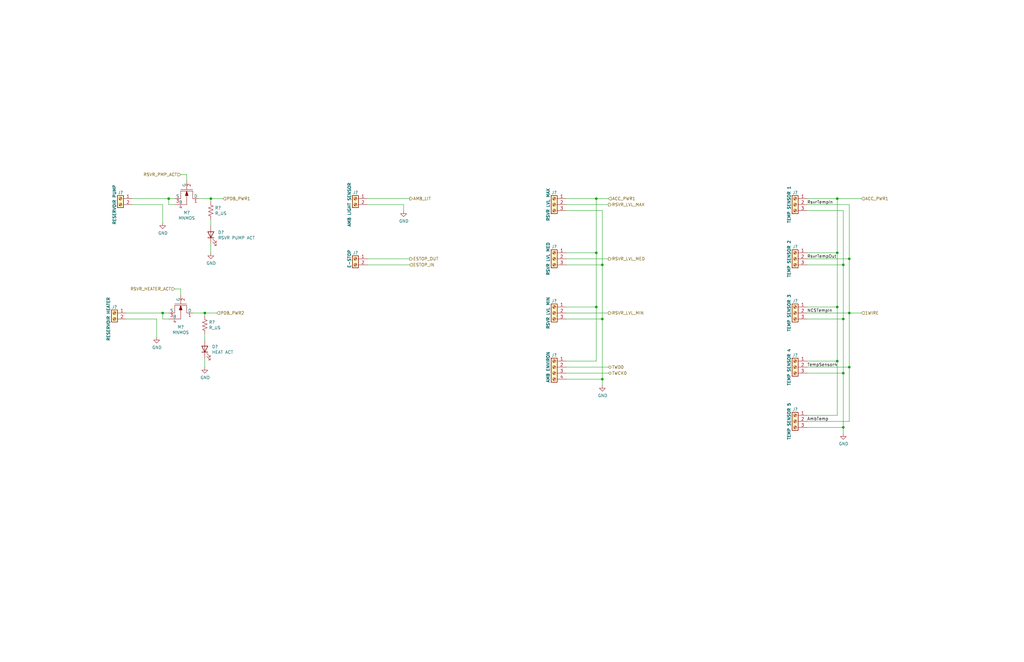
<source format=kicad_sch>
(kicad_sch (version 20230121) (generator eeschema)
  (paper "B")
  (lib_symbols
    (symbol "Connector:Screw_Terminal_01x02" (pin_names (offset 1.016) hide)
      (property "Reference" "J" (at 0 2.54 0))
      (property "Value" "Screw_Terminal_01x02" (at 0 -5.08 0))
      (symbol "Screw_Terminal_01x02_1_1"
        (rectangle (start -1.27 1.27) (end 1.27 -3.81) (stroke (width 0.254)) (fill (type background)))
        (circle (center 0 -2.54) (radius 0.635) (stroke (width 0.1524)))
        (polyline (pts (xy -0.5334 -2.2098) (xy 0.3302 -3.048)) (stroke (width 0.1524)))
        (polyline (pts (xy -0.5334 0.3302) (xy 0.3302 -0.508)) (stroke (width 0.1524)))
        (polyline (pts (xy -0.3556 -2.032) (xy 0.508 -2.8702)) (stroke (width 0.1524)))
        (polyline (pts (xy -0.3556 0.508) (xy 0.508 -0.3302)) (stroke (width 0.1524)))
        (circle (center 0 0) (radius 0.635) (stroke (width 0.1524)))
        (pin passive line (at -5.08 0 0) (length 3.81) (name "Pin_1") (number "1"))
        (pin passive line (at -5.08 -2.54 0) (length 3.81) (name "Pin_2") (number "2"))
      )
    )
    (symbol "Connector:Screw_Terminal_01x03" (pin_names (offset 1.016) hide)
      (property "Reference" "J" (at 0 5.08 0))
      (property "Value" "Screw_Terminal_01x03" (at 0 -5.08 0))
      (symbol "Screw_Terminal_01x03_1_1"
        (rectangle (start -1.27 3.81) (end 1.27 -3.81) (stroke (width 0.254)) (fill (type background)))
        (circle (center 0 -2.54) (radius 0.635) (stroke (width 0.1524)))
        (polyline (pts (xy -0.5334 -2.2098) (xy 0.3302 -3.048)) (stroke (width 0.1524)))
        (polyline (pts (xy -0.5334 0.3302) (xy 0.3302 -0.508)) (stroke (width 0.1524)))
        (polyline (pts (xy -0.5334 2.8702) (xy 0.3302 2.032)) (stroke (width 0.1524)))
        (polyline (pts (xy -0.3556 -2.032) (xy 0.508 -2.8702)) (stroke (width 0.1524)))
        (polyline (pts (xy -0.3556 0.508) (xy 0.508 -0.3302)) (stroke (width 0.1524)))
        (polyline (pts (xy -0.3556 3.048) (xy 0.508 2.2098)) (stroke (width 0.1524)))
        (circle (center 0 0) (radius 0.635) (stroke (width 0.1524)))
        (circle (center 0 2.54) (radius 0.635) (stroke (width 0.1524)))
        (pin passive line (at -5.08 2.54 0) (length 3.81) (name "Pin_1") (number "1"))
        (pin passive line (at -5.08 0 0) (length 3.81) (name "Pin_2") (number "2"))
        (pin passive line (at -5.08 -2.54 0) (length 3.81) (name "Pin_3") (number "3"))
      )
    )
    (symbol "Connector:Screw_Terminal_01x04" (pin_names (offset 1.016) hide)
      (property "Reference" "J" (at 0 5.08 0))
      (property "Value" "Screw_Terminal_01x04" (at 0 -7.62 0))
      (symbol "Screw_Terminal_01x04_1_1"
        (rectangle (start -1.27 3.81) (end 1.27 -6.35) (stroke (width 0.254)) (fill (type background)))
        (circle (center 0 -5.08) (radius 0.635) (stroke (width 0.1524)))
        (circle (center 0 -2.54) (radius 0.635) (stroke (width 0.1524)))
        (polyline (pts (xy -0.5334 -4.7498) (xy 0.3302 -5.588)) (stroke (width 0.1524)))
        (polyline (pts (xy -0.5334 -2.2098) (xy 0.3302 -3.048)) (stroke (width 0.1524)))
        (polyline (pts (xy -0.5334 0.3302) (xy 0.3302 -0.508)) (stroke (width 0.1524)))
        (polyline (pts (xy -0.5334 2.8702) (xy 0.3302 2.032)) (stroke (width 0.1524)))
        (polyline (pts (xy -0.3556 -4.572) (xy 0.508 -5.4102)) (stroke (width 0.1524)))
        (polyline (pts (xy -0.3556 -2.032) (xy 0.508 -2.8702)) (stroke (width 0.1524)))
        (polyline (pts (xy -0.3556 0.508) (xy 0.508 -0.3302)) (stroke (width 0.1524)))
        (polyline (pts (xy -0.3556 3.048) (xy 0.508 2.2098)) (stroke (width 0.1524)))
        (circle (center 0 0) (radius 0.635) (stroke (width 0.1524)))
        (circle (center 0 2.54) (radius 0.635) (stroke (width 0.1524)))
        (pin passive line (at -5.08 2.54 0) (length 3.81) (name "Pin_1") (number "1"))
        (pin passive line (at -5.08 0 0) (length 3.81) (name "Pin_2") (number "2"))
        (pin passive line (at -5.08 -2.54 0) (length 3.81) (name "Pin_3") (number "3"))
        (pin passive line (at -5.08 -5.08 0) (length 3.81) (name "Pin_4") (number "4"))
      )
    )
    (symbol "Device:LED" (pin_numbers hide) (pin_names (offset 1.016) hide)
      (property "Reference" "D" (at 0 2.54 0))
      (property "Value" "LED" (at 0 -2.54 0))
      (symbol "LED_0_1"
        (polyline (pts (xy -1.27 -1.27) (xy -1.27 1.27)) (stroke (width 0.254)))
        (polyline (pts (xy -1.27 0) (xy 1.27 0)))
        (polyline (pts (xy 1.27 -1.27) (xy 1.27 1.27) (xy -1.27 0) (xy 1.27 -1.27)) (stroke (width 0.254)))
        (polyline (pts (xy -3.048 -0.762) (xy -4.572 -2.286) (xy -3.81 -2.286) (xy -4.572 -2.286) (xy -4.572 -1.524)))
        (polyline (pts (xy -1.778 -0.762) (xy -3.302 -2.286) (xy -2.54 -2.286) (xy -3.302 -2.286) (xy -3.302 -1.524)))
      )
      (symbol "LED_1_1"
        (pin passive line (at -3.81 0 0) (length 2.54) (name "K") (number "1"))
        (pin passive line (at 3.81 0 180) (length 2.54) (name "A") (number "2"))
      )
    )
    (symbol "Device:R_US" (pin_numbers hide) (pin_names (offset 0))
      (property "Reference" "R" (at 2.54 0 90))
      (property "Value" "R_US" (at -2.54 0 90))
      (symbol "R_US_0_1"
        (polyline (pts (xy 0 -2.286) (xy 0 -2.54)))
        (polyline (pts (xy 0 2.286) (xy 0 2.54)))
        (polyline (pts (xy 0 -0.762) (xy 1.016 -1.143) (xy 0 -1.524) (xy -1.016 -1.905) (xy 0 -2.286)))
        (polyline (pts (xy 0 0.762) (xy 1.016 0.381) (xy 0 0) (xy -1.016 -0.381) (xy 0 -0.762)))
        (polyline (pts (xy 0 2.286) (xy 1.016 1.905) (xy 0 1.524) (xy -1.016 1.143) (xy 0 0.762)))
      )
      (symbol "R_US_1_1"
        (pin passive line (at 0 3.81 270) (length 1.27) (name "~") (number "1"))
        (pin passive line (at 0 -3.81 90) (length 1.27) (name "~") (number "2"))
      )
    )
    (symbol "Power Distribution Board-rescue:MNMOS-pspice" (pin_names (offset 0))
      (property "Reference" "M" (at 7.62 1.27 0))
      (property "Value" "pspice_MNMOS" (at 7.62 -1.27 0))
      (symbol "MNMOS-pspice_0_1"
        (polyline (pts (xy -1.27 -2.54) (xy -1.27 2.54)))
        (polyline (pts (xy -0.635 -2.54) (xy 2.54 -2.54)))
        (polyline (pts (xy 2.54 2.54) (xy -0.635 2.54)))
        (polyline (pts (xy 5.08 0) (xy -0.635 0)))
        (polyline (pts (xy -0.635 0) (xy 1.27 0.635) (xy 1.27 -0.635) (xy -0.635 0)) (fill (type outline)))
      )
      (symbol "MNMOS-pspice_1_1"
        (polyline (pts (xy -0.635 -2.54) (xy -0.635 2.54)))
        (pin passive line (at 2.54 5.08 270) (length 2.54) (name "D") (number "1"))
        (pin input line (at -5.08 0 0) (length 3.81) (name "G") (number "2"))
        (pin passive line (at 2.54 -5.08 90) (length 2.54) (name "S") (number "3"))
        (pin input line (at 5.08 -5.08 90) (length 5.08) (name "B") (number "4"))
      )
    )
    (symbol "power:GND" (power) (pin_names (offset 0))
      (property "Value" "GND" (at 0 -3.81 0))
      (symbol "GND_0_1"
        (polyline (pts (xy 0 0) (xy 0 -1.27) (xy 1.27 -1.27) (xy 0 -2.54) (xy -1.27 -1.27) (xy 0 -1.27)))
      )
      (symbol "GND_1_1"
        (pin power_in line (at 0 0 270) (length 0) hide (name "GND") (number "1"))
      )
    )
  )
  (junction (at 71.12 83.82))
  (junction (at 254 134.62))
  (junction (at 254 160.02))
  (junction (at 358.14 132.08))
  (junction (at 358.14 154.94))
  (junction (at 251.46 83.82))
  (junction (at 355.6 111.76))
  (junction (at 251.46 129.54))
  (junction (at 353.06 152.4))
  (junction (at 254 111.76))
  (junction (at 358.14 109.22))
  (junction (at 86.36 132.08))
  (junction (at 353.06 106.68))
  (junction (at 251.46 106.68))
  (junction (at 355.6 157.48))
  (junction (at 68.58 132.08))
  (junction (at 355.6 180.34))
  (junction (at 355.6 134.62))
  (junction (at 353.06 83.82))
  (junction (at 353.06 129.54))
  (junction (at 88.9 83.82))
  (wire (pts (xy 340.36 88.9) (xy 355.6 88.9)))
  (wire (pts (xy 68.58 86.36) (xy 55.88 86.36)))
  (wire (pts (xy 353.06 83.82) (xy 363.22 83.82)))
  (wire (pts (xy 88.9 83.82) (xy 88.9 85.09)))
  (wire (pts (xy 353.06 106.68) (xy 353.06 129.54)))
  (wire (pts (xy 340.36 134.62) (xy 355.6 134.62)))
  (wire (pts (xy 154.94 109.22) (xy 172.72 109.22)))
  (wire (pts (xy 358.14 86.36) (xy 358.14 109.22)))
  (wire (pts (xy 254 88.9) (xy 254 111.76)))
  (wire (pts (xy 340.36 154.94) (xy 358.14 154.94)))
  (wire (pts (xy 340.36 109.22) (xy 358.14 109.22)))
  (wire (pts (xy 254 111.76) (xy 254 134.62)))
  (wire (pts (xy 71.12 83.82) (xy 73.66 83.82)))
  (wire (pts (xy 238.76 154.94) (xy 256.54 154.94)))
  (wire (pts (xy 340.36 177.8) (xy 358.14 177.8)))
  (wire (pts (xy 238.76 157.48) (xy 256.54 157.48)))
  (wire (pts (xy 238.76 88.9) (xy 254 88.9)))
  (wire (pts (xy 353.06 175.26) (xy 353.06 152.4)))
  (wire (pts (xy 238.76 86.36) (xy 256.54 86.36)))
  (wire (pts (xy 254 160.02) (xy 254 162.56)))
  (wire (pts (xy 73.66 86.36) (xy 71.12 86.36)))
  (wire (pts (xy 340.36 83.82) (xy 353.06 83.82)))
  (wire (pts (xy 86.36 132.08) (xy 86.36 133.35)))
  (wire (pts (xy 340.36 106.68) (xy 353.06 106.68)))
  (wire (pts (xy 86.36 132.08) (xy 91.44 132.08)))
  (wire (pts (xy 251.46 152.4) (xy 251.46 129.54)))
  (wire (pts (xy 340.36 152.4) (xy 353.06 152.4)))
  (wire (pts (xy 154.94 83.82) (xy 172.72 83.82)))
  (wire (pts (xy 340.36 132.08) (xy 358.14 132.08)))
  (wire (pts (xy 154.94 111.76) (xy 172.72 111.76)))
  (wire (pts (xy 73.66 121.92) (xy 76.2 121.92)))
  (wire (pts (xy 238.76 132.08) (xy 256.54 132.08)))
  (wire (pts (xy 55.88 83.82) (xy 71.12 83.82)))
  (wire (pts (xy 340.36 86.36) (xy 358.14 86.36)))
  (wire (pts (xy 88.9 92.71) (xy 88.9 95.25)))
  (wire (pts (xy 81.28 132.08) (xy 86.36 132.08)))
  (wire (pts (xy 68.58 134.62) (xy 68.58 132.08)))
  (wire (pts (xy 71.12 86.36) (xy 71.12 83.82)))
  (wire (pts (xy 340.36 129.54) (xy 353.06 129.54)))
  (wire (pts (xy 355.6 134.62) (xy 355.6 157.48)))
  (wire (pts (xy 71.12 134.62) (xy 68.58 134.62)))
  (wire (pts (xy 238.76 129.54) (xy 251.46 129.54)))
  (wire (pts (xy 238.76 152.4) (xy 251.46 152.4)))
  (wire (pts (xy 355.6 157.48) (xy 355.6 180.34)))
  (wire (pts (xy 76.2 73.66) (xy 78.74 73.66)))
  (wire (pts (xy 358.14 132.08) (xy 363.22 132.08)))
  (wire (pts (xy 251.46 83.82) (xy 251.46 106.68)))
  (wire (pts (xy 88.9 83.82) (xy 93.98 83.82)))
  (wire (pts (xy 66.04 134.62) (xy 66.04 142.24)))
  (wire (pts (xy 340.36 157.48) (xy 355.6 157.48)))
  (wire (pts (xy 340.36 180.34) (xy 355.6 180.34)))
  (wire (pts (xy 88.9 102.87) (xy 88.9 106.68)))
  (wire (pts (xy 238.76 83.82) (xy 251.46 83.82)))
  (wire (pts (xy 353.06 129.54) (xy 353.06 152.4)))
  (wire (pts (xy 358.14 109.22) (xy 358.14 132.08)))
  (wire (pts (xy 254 134.62) (xy 254 160.02)))
  (wire (pts (xy 78.74 73.66) (xy 78.74 76.2)))
  (wire (pts (xy 238.76 160.02) (xy 254 160.02)))
  (wire (pts (xy 358.14 154.94) (xy 358.14 177.8)))
  (wire (pts (xy 358.14 132.08) (xy 358.14 154.94)))
  (wire (pts (xy 53.34 132.08) (xy 68.58 132.08)))
  (wire (pts (xy 86.36 151.13) (xy 86.36 154.94)))
  (wire (pts (xy 251.46 83.82) (xy 256.54 83.82)))
  (wire (pts (xy 238.76 109.22) (xy 256.54 109.22)))
  (wire (pts (xy 86.36 140.97) (xy 86.36 143.51)))
  (wire (pts (xy 68.58 132.08) (xy 71.12 132.08)))
  (wire (pts (xy 355.6 111.76) (xy 355.6 134.62)))
  (wire (pts (xy 353.06 83.82) (xy 353.06 106.68)))
  (wire (pts (xy 238.76 134.62) (xy 254 134.62)))
  (wire (pts (xy 340.36 111.76) (xy 355.6 111.76)))
  (wire (pts (xy 68.58 86.36) (xy 68.58 93.98)))
  (wire (pts (xy 238.76 111.76) (xy 254 111.76)))
  (wire (pts (xy 238.76 106.68) (xy 251.46 106.68)))
  (wire (pts (xy 66.04 134.62) (xy 53.34 134.62)))
  (wire (pts (xy 83.82 83.82) (xy 88.9 83.82)))
  (wire (pts (xy 340.36 175.26) (xy 353.06 175.26)))
  (wire (pts (xy 251.46 106.68) (xy 251.46 129.54)))
  (wire (pts (xy 76.2 121.92) (xy 76.2 124.46)))
  (wire (pts (xy 355.6 180.34) (xy 355.6 182.88)))
  (wire (pts (xy 355.6 88.9) (xy 355.6 111.76)))
  (wire (pts (xy 154.94 86.36) (xy 170.18 86.36)))
  (wire (pts (xy 170.18 86.36) (xy 170.18 88.9)))
  (label "AmbTemp" (at 340.36 177.8 0))
  (label "NCSTempIn" (at 340.36 132.08 0))
  (label "RsvrTempIn" (at 340.36 86.36 0))
  (label "TempSensor4" (at 340.36 154.94 0))
  (label "RsvrTempOut" (at 340.36 109.22 0))
  (hierarchical_label "PDB_PWR1" (shape input) (at 93.98 83.82 0))
  (hierarchical_label "PDB_PWR2" (shape input) (at 91.44 132.08 0))
  (hierarchical_label "RSVR_LVL_MED" (shape output) (at 256.54 109.22 0))
  (hierarchical_label "RSVR_LVL_MIN" (shape output) (at 256.54 132.08 0))
  (hierarchical_label "ESTOP_OUT" (shape output) (at 172.72 109.22 0))
  (hierarchical_label "AMB_LIT" (shape output) (at 172.72 83.82 0))
  (hierarchical_label "TWCK0" (shape bidirectional) (at 256.54 157.48 0))
  (hierarchical_label "ESTOP_IN" (shape input) (at 172.72 111.76 0))
  (hierarchical_label "ACC_PWR1" (shape input) (at 363.22 83.82 0))
  (hierarchical_label "RSVR_LVL_MAX" (shape output) (at 256.54 86.36 0))
  (hierarchical_label "RSVR_HEATER_ACT" (shape input) (at 73.66 121.92 180))
  (hierarchical_label "ACC_PWR1" (shape input) (at 256.54 83.82 0))
  (hierarchical_label "TWD0" (shape bidirectional) (at 256.54 154.94 0))
  (hierarchical_label "1WIRE" (shape input) (at 363.22 132.08 0))
  (hierarchical_label "RSVR_PMP_ACT" (shape input) (at 76.2 73.66 180))
  (symbol (lib_id "Device:R_US") (at 86.36 137.16 0) (unit 1)
    (property "Reference" "R?" (at 88.0872 135.9916 0) (effects (justify left)))
    (property "Value" "R_US" (at 88.0872 138.303 0) (effects (justify left)))
    (instances (project "Dionysus-Power Distribution Board" (path "" (reference "R?") (unit 1))) (project "Dionysus-Power Distribution Board" (path "" (reference "R?") (unit 1))) (project "Power Distribution Board" (path "" (reference "R102") (unit 1))))
  )
  (symbol (lib_id "power:GND") (at 66.04 142.24 0) (unit 1)
    (property "Reference" "#PWR044" (effects hide))
    (property "Value" "GND" (at 66.167 146.6342 0))
    (instances (project "Dionysus-Power Distribution Board" (path "" (reference "#PWR044") (unit 1))) (project "Dionysus-Power Distribution Board" (path "" (reference "#PWR044") (unit 1))) (project "Power Distribution Board" (path "" (reference "#PWR?") (unit 1)) (path "" (reference "#PWR0188") (unit 1)) (path "" (reference "#PWR?") (unit 1))))
  )
  (symbol (lib_id "Connector:Screw_Terminal_01x03") (at 335.28 109.22 0) (mirror y) (unit 1)
    (property "Reference" "J?" (at 335.28 104.14 0))
    (property "Value" "TEMP SENSOR 2" (at 332.74 109.22 90) (effects (font bold)))
    (property "Footprint" "TerminalBlock_Phoenix:TerminalBlock_Phoenix_MKDS-1,5-3_1x03_P5.00mm_Horizontal" (effects hide))
    (instances (project "Dionysus-Power Distribution Board" (path "" (reference "J?") (unit 1))) (project "Dionysus-Power Distribution Board" (path "" (reference "J?") (unit 1))) (project "Power Distribution Board" (path "" (reference "J?") (unit 1)) (path "" (reference "J?") (unit 1)) (path "" (reference "J?") (unit 1)) (path "" (reference "J?") (unit 1)) (path "" (reference "J8") (unit 1))))
  )
  (symbol (lib_id "Connector:Screw_Terminal_01x02") (at 48.26 132.08 0) (mirror y) (unit 1)
    (property "Reference" "J?" (at 48.26 129.54 0))
    (property "Value" "RESERVOIR HEATER" (at 45.72 134.62 90) (effects (font bold)))
    (instances (project "Dionysus-Power Distribution Board" (path "" (reference "J?") (unit 1))) (project "Dionysus-Power Distribution Board" (path "" (reference "J?") (unit 1))) (project "Power Distribution Board" (path "" (reference "J?") (unit 1)) (path "" (reference "J52") (unit 1)) (path "" (reference "J?") (unit 1))))
  )
  (symbol (lib_id "Connector:Screw_Terminal_01x03") (at 233.68 109.22 0) (mirror y) (unit 1)
    (property "Reference" "J?" (at 233.68 104.14 0))
    (property "Value" "RSVR LVL MED" (at 231.14 109.22 90) (effects (font bold)))
    (property "Footprint" "TerminalBlock_Phoenix:TerminalBlock_Phoenix_MKDS-1,5-3_1x03_P5.00mm_Horizontal" (effects hide))
    (instances (project "Dionysus-Power Distribution Board" (path "" (reference "J?") (unit 1))) (project "Dionysus-Power Distribution Board" (path "" (reference "J?") (unit 1))) (project "Power Distribution Board" (path "" (reference "J?") (unit 1)) (path "" (reference "J?") (unit 1)) (path "" (reference "J?") (unit 1)) (path "" (reference "J?") (unit 1)) (path "" (reference "J11") (unit 1))))
  )
  (symbol (lib_id "Connector:Screw_Terminal_01x03") (at 335.28 177.8 0) (mirror y) (unit 1)
    (property "Reference" "J?" (at 335.28 172.72 0))
    (property "Value" "TEMP SENSOR 5" (at 332.74 177.8 90) (effects (font bold)))
    (property "Footprint" "TerminalBlock_Phoenix:TerminalBlock_Phoenix_MKDS-1,5-3_1x03_P5.00mm_Horizontal" (effects hide))
    (instances (project "Dionysus-Power Distribution Board" (path "" (reference "J?") (unit 1))) (project "Dionysus-Power Distribution Board" (path "" (reference "J?") (unit 1))) (project "Power Distribution Board" (path "" (reference "J?") (unit 1)) (path "" (reference "J?") (unit 1)) (path "" (reference "J?") (unit 1)) (path "" (reference "J?") (unit 1)) (path "" (reference "J58") (unit 1))))
  )
  (symbol (lib_id "power:GND") (at 355.6 182.88 0) (unit 1)
    (property "Reference" "#PWR050" (effects hide))
    (property "Value" "GND" (at 355.727 187.2742 0))
    (instances (project "Dionysus-Power Distribution Board" (path "" (reference "#PWR050") (unit 1))) (project "Dionysus-Power Distribution Board" (path "" (reference "#PWR050") (unit 1))) (project "Power Distribution Board" (path "" (reference "#PWR?") (unit 1)) (path "" (reference "#PWR039") (unit 1)) (path "" (reference "#PWR?") (unit 1)) (path "" (reference "#PWR?") (unit 1)) (path "" (reference "#PWR?") (unit 1)) (path "" (reference "#PWR?") (unit 1))))
  )
  (symbol (lib_id "Connector:Screw_Terminal_01x03") (at 335.28 154.94 0) (mirror y) (unit 1)
    (property "Reference" "J?" (at 335.28 149.86 0))
    (property "Value" "TEMP SENSOR 4" (at 332.74 154.94 90) (effects (font bold)))
    (property "Footprint" "TerminalBlock_Phoenix:TerminalBlock_Phoenix_MKDS-1,5-3_1x03_P5.00mm_Horizontal" (effects hide))
    (instances (project "Dionysus-Power Distribution Board" (path "" (reference "J?") (unit 1))) (project "Dionysus-Power Distribution Board" (path "" (reference "J?") (unit 1))) (project "Power Distribution Board" (path "" (reference "J?") (unit 1)) (path "" (reference "J?") (unit 1)) (path "" (reference "J?") (unit 1)) (path "" (reference "J?") (unit 1)) (path "" (reference "J57") (unit 1))))
  )
  (symbol (lib_id "power:GND") (at 170.18 88.9 0) (unit 1)
    (property "Reference" "#PWR048" (effects hide))
    (property "Value" "GND" (at 170.307 93.2942 0))
    (instances (project "Dionysus-Power Distribution Board" (path "" (reference "#PWR048") (unit 1))) (project "Dionysus-Power Distribution Board" (path "" (reference "#PWR048") (unit 1))) (project "Power Distribution Board" (path "" (reference "#PWR?") (unit 1)) (path "" (reference "#PWR0187") (unit 1)) (path "" (reference "#PWR?") (unit 1)) (path "" (reference "#PWR?") (unit 1)) (path "" (reference "#PWR?") (unit 1)) (path "" (reference "#PWR?") (unit 1))))
  )
  (symbol (lib_id "Connector:Screw_Terminal_01x03") (at 335.28 86.36 0) (mirror y) (unit 1)
    (property "Reference" "J?" (at 335.28 81.28 0))
    (property "Value" "TEMP SENSOR 1" (at 332.74 86.36 90) (effects (font bold)))
    (property "Footprint" "TerminalBlock_Phoenix:TerminalBlock_Phoenix_MKDS-1,5-3_1x03_P5.00mm_Horizontal" (effects hide))
    (instances (project "Dionysus-Power Distribution Board" (path "" (reference "J?") (unit 1))) (project "Dionysus-Power Distribution Board" (path "" (reference "J?") (unit 1))) (project "Power Distribution Board" (path "" (reference "J?") (unit 1)) (path "" (reference "J?") (unit 1)) (path "" (reference "J?") (unit 1)) (path "" (reference "J?") (unit 1)) (path "" (reference "J7") (unit 1))))
  )
  (symbol (lib_id "power:GND") (at 88.9 106.68 0) (unit 1)
    (property "Reference" "#PWR047" (effects hide))
    (property "Value" "GND" (at 89.027 111.0742 0))
    (instances (project "Dionysus-Power Distribution Board" (path "" (reference "#PWR047") (unit 1))) (project "Dionysus-Power Distribution Board" (path "" (reference "#PWR047") (unit 1))) (project "Power Distribution Board" (path "" (reference "#PWR?") (unit 1)) (path "" (reference "#PWR0191") (unit 1)) (path "" (reference "#PWR?") (unit 1)) (path "" (reference "#PWR?") (unit 1)) (path "" (reference "#PWR?") (unit 1)) (path "" (reference "#PWR?") (unit 1))))
  )
  (symbol (lib_id "Connector:Screw_Terminal_01x02") (at 50.8 83.82 0) (mirror y) (unit 1)
    (property "Reference" "J?" (at 50.8 81.28 0))
    (property "Value" "RESERVOIR PUMP" (at 48.26 86.36 90) (effects (font bold)))
    (instances (project "Dionysus-Power Distribution Board" (path "" (reference "J?") (unit 1))) (project "Dionysus-Power Distribution Board" (path "" (reference "J?") (unit 1))) (project "Power Distribution Board" (path "" (reference "J?") (unit 1)) (path "" (reference "J53") (unit 1)) (path "" (reference "J?") (unit 1))))
  )
  (symbol (lib_id "Device:R_US") (at 88.9 88.9 0) (unit 1)
    (property "Reference" "R?" (at 90.6272 87.7316 0) (effects (justify left)))
    (property "Value" "R_US" (at 90.6272 90.043 0) (effects (justify left)))
    (instances (project "Dionysus-Power Distribution Board" (path "" (reference "R?") (unit 1))) (project "Dionysus-Power Distribution Board" (path "" (reference "R?") (unit 1))) (project "Power Distribution Board" (path "" (reference "R103") (unit 1))))
  )
  (symbol (lib_id "Connector:Screw_Terminal_01x02") (at 149.86 83.82 0) (mirror y) (unit 1)
    (property "Reference" "J?" (at 149.86 81.28 0))
    (property "Value" "AMB LIGHT SENSOR" (at 147.32 86.36 90) (effects (font bold)))
    (instances (project "Dionysus-Power Distribution Board" (path "" (reference "J?") (unit 1))) (project "Dionysus-Power Distribution Board" (path "" (reference "J?") (unit 1))) (project "Power Distribution Board" (path "" (reference "J?") (unit 1)) (path "" (reference "J54") (unit 1)) (path "" (reference "J?") (unit 1))))
  )
  (symbol (lib_id "Connector:Screw_Terminal_01x03") (at 233.68 86.36 0) (mirror y) (unit 1)
    (property "Reference" "J?" (at 233.68 81.28 0))
    (property "Value" "RSVR LVL MAX" (at 231.14 86.36 90) (effects (font bold)))
    (property "Footprint" "TerminalBlock_Phoenix:TerminalBlock_Phoenix_MKDS-1,5-3_1x03_P5.00mm_Horizontal" (effects hide))
    (instances (project "Dionysus-Power Distribution Board" (path "" (reference "J?") (unit 1))) (project "Dionysus-Power Distribution Board" (path "" (reference "J?") (unit 1))) (project "Power Distribution Board" (path "" (reference "J?") (unit 1)) (path "" (reference "J?") (unit 1)) (path "" (reference "J?") (unit 1)) (path "" (reference "J?") (unit 1)) (path "" (reference "J10") (unit 1))))
  )
  (symbol (lib_id "power:GND") (at 254 162.56 0) (unit 1)
    (property "Reference" "#PWR049" (effects hide))
    (property "Value" "GND" (at 254.127 166.9542 0))
    (instances (project "Dionysus-Power Distribution Board" (path "" (reference "#PWR049") (unit 1))) (project "Dionysus-Power Distribution Board" (path "" (reference "#PWR049") (unit 1))) (project "Power Distribution Board" (path "" (reference "#PWR?") (unit 1)) (path "" (reference "#PWR0186") (unit 1)) (path "" (reference "#PWR?") (unit 1)) (path "" (reference "#PWR?") (unit 1)) (path "" (reference "#PWR?") (unit 1)) (path "" (reference "#PWR?") (unit 1))))
  )
  (symbol (lib_id "Device:LED") (at 88.9 99.06 90) (unit 1)
    (property "Reference" "D?" (at 91.8972 98.0694 90) (effects (justify right)))
    (property "Value" "RSVR PUMP ACT" (at 91.8972 100.3808 90) (effects (justify right)))
    (instances (project "Dionysus-Power Distribution Board" (path "" (reference "D?") (unit 1))) (project "Dionysus-Power Distribution Board" (path "" (reference "D?") (unit 1))) (project "Power Distribution Board" (path "" (reference "D44") (unit 1))))
  )
  (symbol (lib_id "power:GND") (at 68.58 93.98 0) (unit 1)
    (property "Reference" "#PWR045" (effects hide))
    (property "Value" "GND" (at 68.707 98.3742 0))
    (instances (project "Dionysus-Power Distribution Board" (path "" (reference "#PWR045") (unit 1))) (project "Dionysus-Power Distribution Board" (path "" (reference "#PWR045") (unit 1))) (project "Power Distribution Board" (path "" (reference "#PWR?") (unit 1)) (path "" (reference "#PWR0190") (unit 1)) (path "" (reference "#PWR?") (unit 1))))
  )
  (symbol (lib_id "Connector:Screw_Terminal_01x02") (at 149.86 109.22 0) (mirror y) (unit 1)
    (property "Reference" "J?" (at 149.86 106.68 0))
    (property "Value" "E-STOP" (at 147.32 109.22 90) (effects (font bold)))
    (instances (project "Dionysus-Power Distribution Board" (path "" (reference "J?") (unit 1))) (project "Dionysus-Power Distribution Board" (path "" (reference "J?") (unit 1))) (project "Power Distribution Board" (path "" (reference "J?") (unit 1)) (path "" (reference "J55") (unit 1)) (path "" (reference "J?") (unit 1))))
  )
  (symbol (lib_id "Device:LED") (at 86.36 147.32 90) (unit 1)
    (property "Reference" "D?" (at 89.3572 146.3294 90) (effects (justify right)))
    (property "Value" "HEAT ACT" (at 89.3572 148.6408 90) (effects (justify right)))
    (instances (project "Dionysus-Power Distribution Board" (path "" (reference "D?") (unit 1))) (project "Dionysus-Power Distribution Board" (path "" (reference "D?") (unit 1))) (project "Power Distribution Board" (path "" (reference "D43") (unit 1))))
  )
  (symbol (lib_id "Connector:Screw_Terminal_01x04") (at 233.68 154.94 0) (mirror y) (unit 1)
    (property "Reference" "J?" (at 233.68 149.86 0))
    (property "Value" "AMB ENVIRON" (at 231.14 154.94 90) (effects (font bold)))
    (instances (project "Dionysus-Power Distribution Board" (path "" (reference "J?") (unit 1))) (project "Dionysus-Power Distribution Board" (path "" (reference "J?") (unit 1))) (project "Power Distribution Board" (path "" (reference "J?") (unit 1)) (path "" (reference "J?") (unit 1)) (path "" (reference "J?") (unit 1)) (path "" (reference "J?") (unit 1)) (path "" (reference "J56") (unit 1))))
  )
  (symbol (lib_id "Connector:Screw_Terminal_01x03") (at 335.28 132.08 0) (mirror y) (unit 1)
    (property "Reference" "J?" (at 335.28 127 0))
    (property "Value" "TEMP SENSOR 3" (at 332.74 132.08 90) (effects (font bold)))
    (property "Footprint" "TerminalBlock_Phoenix:TerminalBlock_Phoenix_MKDS-1,5-3_1x03_P5.00mm_Horizontal" (effects hide))
    (instances (project "Dionysus-Power Distribution Board" (path "" (reference "J?") (unit 1))) (project "Dionysus-Power Distribution Board" (path "" (reference "J?") (unit 1))) (project "Power Distribution Board" (path "" (reference "J?") (unit 1)) (path "" (reference "J?") (unit 1)) (path "" (reference "J?") (unit 1)) (path "" (reference "J?") (unit 1)) (path "" (reference "J9") (unit 1))))
  )
  (symbol (lib_id "Connector:Screw_Terminal_01x03") (at 233.68 132.08 0) (mirror y) (unit 1)
    (property "Reference" "J?" (at 233.68 127 0))
    (property "Value" "RSVR LVL MIN" (at 231.14 132.08 90) (effects (font bold)))
    (property "Footprint" "TerminalBlock_Phoenix:TerminalBlock_Phoenix_MKDS-1,5-3_1x03_P5.00mm_Horizontal" (effects hide))
    (instances (project "Dionysus-Power Distribution Board" (path "" (reference "J?") (unit 1))) (project "Dionysus-Power Distribution Board" (path "" (reference "J?") (unit 1))) (project "Power Distribution Board" (path "" (reference "J?") (unit 1)) (path "" (reference "J?") (unit 1)) (path "" (reference "J?") (unit 1)) (path "" (reference "J?") (unit 1)) (path "" (reference "J12") (unit 1))))
  )
  (symbol (lib_id "Power Distribution Board-rescue:MNMOS-pspice") (at 76.2 129.54 270) (unit 1)
    (property "Reference" "M?" (at 76.2 137.9982 90))
    (property "Value" "MNMOS" (at 76.2 140.3096 90))
    (instances (project "Dionysus-Power Distribution Board" (path "" (reference "M?") (unit 1))) (project "Dionysus-Power Distribution Board" (path "" (reference "M?") (unit 1))) (project "Power Distribution Board" (path "" (reference "M2") (unit 1))))
  )
  (symbol (lib_id "Power Distribution Board-rescue:MNMOS-pspice") (at 78.74 81.28 270) (unit 1)
    (property "Reference" "M?" (at 78.74 89.7382 90))
    (property "Value" "MNMOS" (at 78.74 92.0496 90))
    (instances (project "Dionysus-Power Distribution Board" (path "" (reference "M?") (unit 1))) (project "Dionysus-Power Distribution Board" (path "" (reference "M?") (unit 1))) (project "Power Distribution Board" (path "" (reference "M3") (unit 1))))
  )
  (symbol (lib_id "power:GND") (at 86.36 154.94 0) (unit 1)
    (property "Reference" "#PWR046" (effects hide))
    (property "Value" "GND" (at 86.487 159.3342 0))
    (instances (project "Dionysus-Power Distribution Board" (path "" (reference "#PWR046") (unit 1))) (project "Dionysus-Power Distribution Board" (path "" (reference "#PWR046") (unit 1))) (project "Power Distribution Board" (path "" (reference "#PWR?") (unit 1)) (path "" (reference "#PWR0189") (unit 1)) (path "" (reference "#PWR?") (unit 1)) (path "" (reference "#PWR?") (unit 1)) (path "" (reference "#PWR?") (unit 1)) (path "" (reference "#PWR?") (unit 1))))
  )
)
</source>
